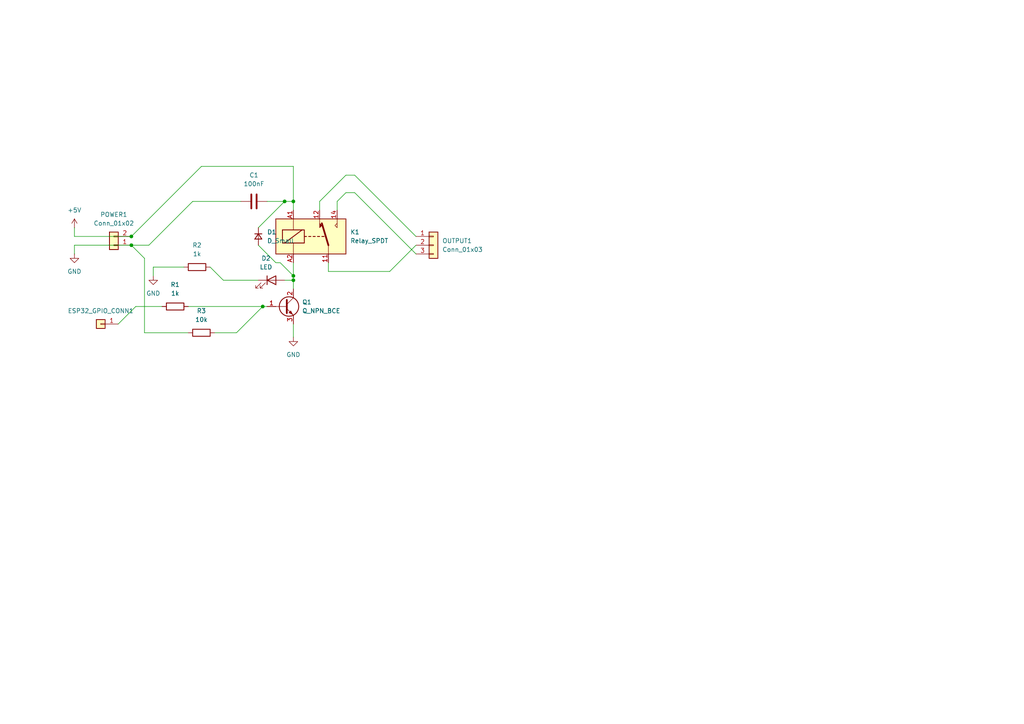
<source format=kicad_sch>
(kicad_sch
	(version 20250114)
	(generator "eeschema")
	(generator_version "9.0")
	(uuid "e516eb61-be21-45ec-8785-ca65623eb6b7")
	(paper "A4")
	(lib_symbols
		(symbol "Connector_Generic:Conn_01x01"
			(pin_names
				(offset 1.016)
				(hide yes)
			)
			(exclude_from_sim no)
			(in_bom yes)
			(on_board yes)
			(property "Reference" "J"
				(at 0 2.54 0)
				(effects
					(font
						(size 1.27 1.27)
					)
				)
			)
			(property "Value" "Conn_01x01"
				(at 0 -2.54 0)
				(effects
					(font
						(size 1.27 1.27)
					)
				)
			)
			(property "Footprint" ""
				(at 0 0 0)
				(effects
					(font
						(size 1.27 1.27)
					)
					(hide yes)
				)
			)
			(property "Datasheet" "~"
				(at 0 0 0)
				(effects
					(font
						(size 1.27 1.27)
					)
					(hide yes)
				)
			)
			(property "Description" "Generic connector, single row, 01x01, script generated (kicad-library-utils/schlib/autogen/connector/)"
				(at 0 0 0)
				(effects
					(font
						(size 1.27 1.27)
					)
					(hide yes)
				)
			)
			(property "ki_keywords" "connector"
				(at 0 0 0)
				(effects
					(font
						(size 1.27 1.27)
					)
					(hide yes)
				)
			)
			(property "ki_fp_filters" "Connector*:*_1x??_*"
				(at 0 0 0)
				(effects
					(font
						(size 1.27 1.27)
					)
					(hide yes)
				)
			)
			(symbol "Conn_01x01_1_1"
				(rectangle
					(start -1.27 1.27)
					(end 1.27 -1.27)
					(stroke
						(width 0.254)
						(type default)
					)
					(fill
						(type background)
					)
				)
				(rectangle
					(start -1.27 0.127)
					(end 0 -0.127)
					(stroke
						(width 0.1524)
						(type default)
					)
					(fill
						(type none)
					)
				)
				(pin passive line
					(at -5.08 0 0)
					(length 3.81)
					(name "Pin_1"
						(effects
							(font
								(size 1.27 1.27)
							)
						)
					)
					(number "1"
						(effects
							(font
								(size 1.27 1.27)
							)
						)
					)
				)
			)
			(embedded_fonts no)
		)
		(symbol "Connector_Generic:Conn_01x02"
			(pin_names
				(offset 1.016)
				(hide yes)
			)
			(exclude_from_sim no)
			(in_bom yes)
			(on_board yes)
			(property "Reference" "J"
				(at 0 2.54 0)
				(effects
					(font
						(size 1.27 1.27)
					)
				)
			)
			(property "Value" "Conn_01x02"
				(at 0 -5.08 0)
				(effects
					(font
						(size 1.27 1.27)
					)
				)
			)
			(property "Footprint" ""
				(at 0 0 0)
				(effects
					(font
						(size 1.27 1.27)
					)
					(hide yes)
				)
			)
			(property "Datasheet" "~"
				(at 0 0 0)
				(effects
					(font
						(size 1.27 1.27)
					)
					(hide yes)
				)
			)
			(property "Description" "Generic connector, single row, 01x02, script generated (kicad-library-utils/schlib/autogen/connector/)"
				(at 0 0 0)
				(effects
					(font
						(size 1.27 1.27)
					)
					(hide yes)
				)
			)
			(property "ki_keywords" "connector"
				(at 0 0 0)
				(effects
					(font
						(size 1.27 1.27)
					)
					(hide yes)
				)
			)
			(property "ki_fp_filters" "Connector*:*_1x??_*"
				(at 0 0 0)
				(effects
					(font
						(size 1.27 1.27)
					)
					(hide yes)
				)
			)
			(symbol "Conn_01x02_1_1"
				(rectangle
					(start -1.27 1.27)
					(end 1.27 -3.81)
					(stroke
						(width 0.254)
						(type default)
					)
					(fill
						(type background)
					)
				)
				(rectangle
					(start -1.27 0.127)
					(end 0 -0.127)
					(stroke
						(width 0.1524)
						(type default)
					)
					(fill
						(type none)
					)
				)
				(rectangle
					(start -1.27 -2.413)
					(end 0 -2.667)
					(stroke
						(width 0.1524)
						(type default)
					)
					(fill
						(type none)
					)
				)
				(pin passive line
					(at -5.08 0 0)
					(length 3.81)
					(name "Pin_1"
						(effects
							(font
								(size 1.27 1.27)
							)
						)
					)
					(number "1"
						(effects
							(font
								(size 1.27 1.27)
							)
						)
					)
				)
				(pin passive line
					(at -5.08 -2.54 0)
					(length 3.81)
					(name "Pin_2"
						(effects
							(font
								(size 1.27 1.27)
							)
						)
					)
					(number "2"
						(effects
							(font
								(size 1.27 1.27)
							)
						)
					)
				)
			)
			(embedded_fonts no)
		)
		(symbol "Connector_Generic:Conn_01x03"
			(pin_names
				(offset 1.016)
				(hide yes)
			)
			(exclude_from_sim no)
			(in_bom yes)
			(on_board yes)
			(property "Reference" "J"
				(at 0 5.08 0)
				(effects
					(font
						(size 1.27 1.27)
					)
				)
			)
			(property "Value" "Conn_01x03"
				(at 0 -5.08 0)
				(effects
					(font
						(size 1.27 1.27)
					)
				)
			)
			(property "Footprint" ""
				(at 0 0 0)
				(effects
					(font
						(size 1.27 1.27)
					)
					(hide yes)
				)
			)
			(property "Datasheet" "~"
				(at 0 0 0)
				(effects
					(font
						(size 1.27 1.27)
					)
					(hide yes)
				)
			)
			(property "Description" "Generic connector, single row, 01x03, script generated (kicad-library-utils/schlib/autogen/connector/)"
				(at 0 0 0)
				(effects
					(font
						(size 1.27 1.27)
					)
					(hide yes)
				)
			)
			(property "ki_keywords" "connector"
				(at 0 0 0)
				(effects
					(font
						(size 1.27 1.27)
					)
					(hide yes)
				)
			)
			(property "ki_fp_filters" "Connector*:*_1x??_*"
				(at 0 0 0)
				(effects
					(font
						(size 1.27 1.27)
					)
					(hide yes)
				)
			)
			(symbol "Conn_01x03_1_1"
				(rectangle
					(start -1.27 3.81)
					(end 1.27 -3.81)
					(stroke
						(width 0.254)
						(type default)
					)
					(fill
						(type background)
					)
				)
				(rectangle
					(start -1.27 2.667)
					(end 0 2.413)
					(stroke
						(width 0.1524)
						(type default)
					)
					(fill
						(type none)
					)
				)
				(rectangle
					(start -1.27 0.127)
					(end 0 -0.127)
					(stroke
						(width 0.1524)
						(type default)
					)
					(fill
						(type none)
					)
				)
				(rectangle
					(start -1.27 -2.413)
					(end 0 -2.667)
					(stroke
						(width 0.1524)
						(type default)
					)
					(fill
						(type none)
					)
				)
				(pin passive line
					(at -5.08 2.54 0)
					(length 3.81)
					(name "Pin_1"
						(effects
							(font
								(size 1.27 1.27)
							)
						)
					)
					(number "1"
						(effects
							(font
								(size 1.27 1.27)
							)
						)
					)
				)
				(pin passive line
					(at -5.08 0 0)
					(length 3.81)
					(name "Pin_2"
						(effects
							(font
								(size 1.27 1.27)
							)
						)
					)
					(number "2"
						(effects
							(font
								(size 1.27 1.27)
							)
						)
					)
				)
				(pin passive line
					(at -5.08 -2.54 0)
					(length 3.81)
					(name "Pin_3"
						(effects
							(font
								(size 1.27 1.27)
							)
						)
					)
					(number "3"
						(effects
							(font
								(size 1.27 1.27)
							)
						)
					)
				)
			)
			(embedded_fonts no)
		)
		(symbol "Device:C"
			(pin_numbers
				(hide yes)
			)
			(pin_names
				(offset 0.254)
			)
			(exclude_from_sim no)
			(in_bom yes)
			(on_board yes)
			(property "Reference" "C"
				(at 0.635 2.54 0)
				(effects
					(font
						(size 1.27 1.27)
					)
					(justify left)
				)
			)
			(property "Value" "C"
				(at 0.635 -2.54 0)
				(effects
					(font
						(size 1.27 1.27)
					)
					(justify left)
				)
			)
			(property "Footprint" ""
				(at 0.9652 -3.81 0)
				(effects
					(font
						(size 1.27 1.27)
					)
					(hide yes)
				)
			)
			(property "Datasheet" "~"
				(at 0 0 0)
				(effects
					(font
						(size 1.27 1.27)
					)
					(hide yes)
				)
			)
			(property "Description" "Unpolarized capacitor"
				(at 0 0 0)
				(effects
					(font
						(size 1.27 1.27)
					)
					(hide yes)
				)
			)
			(property "ki_keywords" "cap capacitor"
				(at 0 0 0)
				(effects
					(font
						(size 1.27 1.27)
					)
					(hide yes)
				)
			)
			(property "ki_fp_filters" "C_*"
				(at 0 0 0)
				(effects
					(font
						(size 1.27 1.27)
					)
					(hide yes)
				)
			)
			(symbol "C_0_1"
				(polyline
					(pts
						(xy -2.032 0.762) (xy 2.032 0.762)
					)
					(stroke
						(width 0.508)
						(type default)
					)
					(fill
						(type none)
					)
				)
				(polyline
					(pts
						(xy -2.032 -0.762) (xy 2.032 -0.762)
					)
					(stroke
						(width 0.508)
						(type default)
					)
					(fill
						(type none)
					)
				)
			)
			(symbol "C_1_1"
				(pin passive line
					(at 0 3.81 270)
					(length 2.794)
					(name "~"
						(effects
							(font
								(size 1.27 1.27)
							)
						)
					)
					(number "1"
						(effects
							(font
								(size 1.27 1.27)
							)
						)
					)
				)
				(pin passive line
					(at 0 -3.81 90)
					(length 2.794)
					(name "~"
						(effects
							(font
								(size 1.27 1.27)
							)
						)
					)
					(number "2"
						(effects
							(font
								(size 1.27 1.27)
							)
						)
					)
				)
			)
			(embedded_fonts no)
		)
		(symbol "Device:D_Small"
			(pin_numbers
				(hide yes)
			)
			(pin_names
				(offset 0.254)
				(hide yes)
			)
			(exclude_from_sim no)
			(in_bom yes)
			(on_board yes)
			(property "Reference" "D"
				(at -1.27 2.032 0)
				(effects
					(font
						(size 1.27 1.27)
					)
					(justify left)
				)
			)
			(property "Value" "D_Small"
				(at -3.81 -2.032 0)
				(effects
					(font
						(size 1.27 1.27)
					)
					(justify left)
				)
			)
			(property "Footprint" ""
				(at 0 0 90)
				(effects
					(font
						(size 1.27 1.27)
					)
					(hide yes)
				)
			)
			(property "Datasheet" "~"
				(at 0 0 90)
				(effects
					(font
						(size 1.27 1.27)
					)
					(hide yes)
				)
			)
			(property "Description" "Diode, small symbol"
				(at 0 0 0)
				(effects
					(font
						(size 1.27 1.27)
					)
					(hide yes)
				)
			)
			(property "Sim.Device" "D"
				(at 0 0 0)
				(effects
					(font
						(size 1.27 1.27)
					)
					(hide yes)
				)
			)
			(property "Sim.Pins" "1=K 2=A"
				(at 0 0 0)
				(effects
					(font
						(size 1.27 1.27)
					)
					(hide yes)
				)
			)
			(property "ki_keywords" "diode"
				(at 0 0 0)
				(effects
					(font
						(size 1.27 1.27)
					)
					(hide yes)
				)
			)
			(property "ki_fp_filters" "TO-???* *_Diode_* *SingleDiode* D_*"
				(at 0 0 0)
				(effects
					(font
						(size 1.27 1.27)
					)
					(hide yes)
				)
			)
			(symbol "D_Small_0_1"
				(polyline
					(pts
						(xy -0.762 0) (xy 0.762 0)
					)
					(stroke
						(width 0)
						(type default)
					)
					(fill
						(type none)
					)
				)
				(polyline
					(pts
						(xy -0.762 -1.016) (xy -0.762 1.016)
					)
					(stroke
						(width 0.254)
						(type default)
					)
					(fill
						(type none)
					)
				)
				(polyline
					(pts
						(xy 0.762 -1.016) (xy -0.762 0) (xy 0.762 1.016) (xy 0.762 -1.016)
					)
					(stroke
						(width 0.254)
						(type default)
					)
					(fill
						(type none)
					)
				)
			)
			(symbol "D_Small_1_1"
				(pin passive line
					(at -2.54 0 0)
					(length 1.778)
					(name "K"
						(effects
							(font
								(size 1.27 1.27)
							)
						)
					)
					(number "1"
						(effects
							(font
								(size 1.27 1.27)
							)
						)
					)
				)
				(pin passive line
					(at 2.54 0 180)
					(length 1.778)
					(name "A"
						(effects
							(font
								(size 1.27 1.27)
							)
						)
					)
					(number "2"
						(effects
							(font
								(size 1.27 1.27)
							)
						)
					)
				)
			)
			(embedded_fonts no)
		)
		(symbol "Device:LED"
			(pin_numbers
				(hide yes)
			)
			(pin_names
				(offset 1.016)
				(hide yes)
			)
			(exclude_from_sim no)
			(in_bom yes)
			(on_board yes)
			(property "Reference" "D"
				(at 0 2.54 0)
				(effects
					(font
						(size 1.27 1.27)
					)
				)
			)
			(property "Value" "LED"
				(at 0 -2.54 0)
				(effects
					(font
						(size 1.27 1.27)
					)
				)
			)
			(property "Footprint" ""
				(at 0 0 0)
				(effects
					(font
						(size 1.27 1.27)
					)
					(hide yes)
				)
			)
			(property "Datasheet" "~"
				(at 0 0 0)
				(effects
					(font
						(size 1.27 1.27)
					)
					(hide yes)
				)
			)
			(property "Description" "Light emitting diode"
				(at 0 0 0)
				(effects
					(font
						(size 1.27 1.27)
					)
					(hide yes)
				)
			)
			(property "Sim.Pins" "1=K 2=A"
				(at 0 0 0)
				(effects
					(font
						(size 1.27 1.27)
					)
					(hide yes)
				)
			)
			(property "ki_keywords" "LED diode"
				(at 0 0 0)
				(effects
					(font
						(size 1.27 1.27)
					)
					(hide yes)
				)
			)
			(property "ki_fp_filters" "LED* LED_SMD:* LED_THT:*"
				(at 0 0 0)
				(effects
					(font
						(size 1.27 1.27)
					)
					(hide yes)
				)
			)
			(symbol "LED_0_1"
				(polyline
					(pts
						(xy -3.048 -0.762) (xy -4.572 -2.286) (xy -3.81 -2.286) (xy -4.572 -2.286) (xy -4.572 -1.524)
					)
					(stroke
						(width 0)
						(type default)
					)
					(fill
						(type none)
					)
				)
				(polyline
					(pts
						(xy -1.778 -0.762) (xy -3.302 -2.286) (xy -2.54 -2.286) (xy -3.302 -2.286) (xy -3.302 -1.524)
					)
					(stroke
						(width 0)
						(type default)
					)
					(fill
						(type none)
					)
				)
				(polyline
					(pts
						(xy -1.27 0) (xy 1.27 0)
					)
					(stroke
						(width 0)
						(type default)
					)
					(fill
						(type none)
					)
				)
				(polyline
					(pts
						(xy -1.27 -1.27) (xy -1.27 1.27)
					)
					(stroke
						(width 0.254)
						(type default)
					)
					(fill
						(type none)
					)
				)
				(polyline
					(pts
						(xy 1.27 -1.27) (xy 1.27 1.27) (xy -1.27 0) (xy 1.27 -1.27)
					)
					(stroke
						(width 0.254)
						(type default)
					)
					(fill
						(type none)
					)
				)
			)
			(symbol "LED_1_1"
				(pin passive line
					(at -3.81 0 0)
					(length 2.54)
					(name "K"
						(effects
							(font
								(size 1.27 1.27)
							)
						)
					)
					(number "1"
						(effects
							(font
								(size 1.27 1.27)
							)
						)
					)
				)
				(pin passive line
					(at 3.81 0 180)
					(length 2.54)
					(name "A"
						(effects
							(font
								(size 1.27 1.27)
							)
						)
					)
					(number "2"
						(effects
							(font
								(size 1.27 1.27)
							)
						)
					)
				)
			)
			(embedded_fonts no)
		)
		(symbol "Device:R"
			(pin_numbers
				(hide yes)
			)
			(pin_names
				(offset 0)
			)
			(exclude_from_sim no)
			(in_bom yes)
			(on_board yes)
			(property "Reference" "R"
				(at 2.032 0 90)
				(effects
					(font
						(size 1.27 1.27)
					)
				)
			)
			(property "Value" "R"
				(at 0 0 90)
				(effects
					(font
						(size 1.27 1.27)
					)
				)
			)
			(property "Footprint" ""
				(at -1.778 0 90)
				(effects
					(font
						(size 1.27 1.27)
					)
					(hide yes)
				)
			)
			(property "Datasheet" "~"
				(at 0 0 0)
				(effects
					(font
						(size 1.27 1.27)
					)
					(hide yes)
				)
			)
			(property "Description" "Resistor"
				(at 0 0 0)
				(effects
					(font
						(size 1.27 1.27)
					)
					(hide yes)
				)
			)
			(property "ki_keywords" "R res resistor"
				(at 0 0 0)
				(effects
					(font
						(size 1.27 1.27)
					)
					(hide yes)
				)
			)
			(property "ki_fp_filters" "R_*"
				(at 0 0 0)
				(effects
					(font
						(size 1.27 1.27)
					)
					(hide yes)
				)
			)
			(symbol "R_0_1"
				(rectangle
					(start -1.016 -2.54)
					(end 1.016 2.54)
					(stroke
						(width 0.254)
						(type default)
					)
					(fill
						(type none)
					)
				)
			)
			(symbol "R_1_1"
				(pin passive line
					(at 0 3.81 270)
					(length 1.27)
					(name "~"
						(effects
							(font
								(size 1.27 1.27)
							)
						)
					)
					(number "1"
						(effects
							(font
								(size 1.27 1.27)
							)
						)
					)
				)
				(pin passive line
					(at 0 -3.81 90)
					(length 1.27)
					(name "~"
						(effects
							(font
								(size 1.27 1.27)
							)
						)
					)
					(number "2"
						(effects
							(font
								(size 1.27 1.27)
							)
						)
					)
				)
			)
			(embedded_fonts no)
		)
		(symbol "Relay:Relay_SPDT"
			(exclude_from_sim no)
			(in_bom yes)
			(on_board yes)
			(property "Reference" "K"
				(at 11.43 3.81 0)
				(effects
					(font
						(size 1.27 1.27)
					)
					(justify left)
				)
			)
			(property "Value" "Relay_SPDT"
				(at 11.43 1.27 0)
				(effects
					(font
						(size 1.27 1.27)
					)
					(justify left)
				)
			)
			(property "Footprint" ""
				(at 11.43 -1.27 0)
				(effects
					(font
						(size 1.27 1.27)
					)
					(justify left)
					(hide yes)
				)
			)
			(property "Datasheet" "~"
				(at 0 0 0)
				(effects
					(font
						(size 1.27 1.27)
					)
					(hide yes)
				)
			)
			(property "Description" "Relay SPDT, monostable, EN50005"
				(at 0 0 0)
				(effects
					(font
						(size 1.27 1.27)
					)
					(hide yes)
				)
			)
			(property "ki_keywords" "1P2T 1-Form-C single pole throw"
				(at 0 0 0)
				(effects
					(font
						(size 1.27 1.27)
					)
					(hide yes)
				)
			)
			(property "ki_fp_filters" "Relay?SPDT*"
				(at 0 0 0)
				(effects
					(font
						(size 1.27 1.27)
					)
					(hide yes)
				)
			)
			(symbol "Relay_SPDT_0_0"
				(polyline
					(pts
						(xy 7.62 5.08) (xy 7.62 2.54) (xy 6.985 3.175) (xy 7.62 3.81)
					)
					(stroke
						(width 0)
						(type default)
					)
					(fill
						(type none)
					)
				)
			)
			(symbol "Relay_SPDT_0_1"
				(rectangle
					(start -10.16 5.08)
					(end 10.16 -5.08)
					(stroke
						(width 0.254)
						(type default)
					)
					(fill
						(type background)
					)
				)
				(rectangle
					(start -8.255 1.905)
					(end -1.905 -1.905)
					(stroke
						(width 0.254)
						(type default)
					)
					(fill
						(type none)
					)
				)
				(polyline
					(pts
						(xy -7.62 -1.905) (xy -2.54 1.905)
					)
					(stroke
						(width 0.254)
						(type default)
					)
					(fill
						(type none)
					)
				)
				(polyline
					(pts
						(xy -5.08 5.08) (xy -5.08 1.905)
					)
					(stroke
						(width 0)
						(type default)
					)
					(fill
						(type none)
					)
				)
				(polyline
					(pts
						(xy -5.08 -5.08) (xy -5.08 -1.905)
					)
					(stroke
						(width 0)
						(type default)
					)
					(fill
						(type none)
					)
				)
				(polyline
					(pts
						(xy -1.905 0) (xy -1.27 0)
					)
					(stroke
						(width 0.254)
						(type default)
					)
					(fill
						(type none)
					)
				)
				(polyline
					(pts
						(xy -0.635 0) (xy 0 0)
					)
					(stroke
						(width 0.254)
						(type default)
					)
					(fill
						(type none)
					)
				)
				(polyline
					(pts
						(xy 0.635 0) (xy 1.27 0)
					)
					(stroke
						(width 0.254)
						(type default)
					)
					(fill
						(type none)
					)
				)
				(polyline
					(pts
						(xy 1.905 0) (xy 2.54 0)
					)
					(stroke
						(width 0.254)
						(type default)
					)
					(fill
						(type none)
					)
				)
				(polyline
					(pts
						(xy 2.54 5.08) (xy 2.54 2.54) (xy 3.175 3.175) (xy 2.54 3.81)
					)
					(stroke
						(width 0)
						(type default)
					)
					(fill
						(type outline)
					)
				)
				(polyline
					(pts
						(xy 3.175 0) (xy 3.81 0)
					)
					(stroke
						(width 0.254)
						(type default)
					)
					(fill
						(type none)
					)
				)
				(polyline
					(pts
						(xy 5.08 -2.54) (xy 3.175 3.81)
					)
					(stroke
						(width 0.508)
						(type default)
					)
					(fill
						(type none)
					)
				)
				(polyline
					(pts
						(xy 5.08 -2.54) (xy 5.08 -5.08)
					)
					(stroke
						(width 0)
						(type default)
					)
					(fill
						(type none)
					)
				)
			)
			(symbol "Relay_SPDT_1_1"
				(pin passive line
					(at -5.08 7.62 270)
					(length 2.54)
					(name "~"
						(effects
							(font
								(size 1.27 1.27)
							)
						)
					)
					(number "A1"
						(effects
							(font
								(size 1.27 1.27)
							)
						)
					)
				)
				(pin passive line
					(at -5.08 -7.62 90)
					(length 2.54)
					(name "~"
						(effects
							(font
								(size 1.27 1.27)
							)
						)
					)
					(number "A2"
						(effects
							(font
								(size 1.27 1.27)
							)
						)
					)
				)
				(pin passive line
					(at 2.54 7.62 270)
					(length 2.54)
					(name "~"
						(effects
							(font
								(size 1.27 1.27)
							)
						)
					)
					(number "12"
						(effects
							(font
								(size 1.27 1.27)
							)
						)
					)
				)
				(pin passive line
					(at 5.08 -7.62 90)
					(length 2.54)
					(name "~"
						(effects
							(font
								(size 1.27 1.27)
							)
						)
					)
					(number "11"
						(effects
							(font
								(size 1.27 1.27)
							)
						)
					)
				)
				(pin passive line
					(at 7.62 7.62 270)
					(length 2.54)
					(name "~"
						(effects
							(font
								(size 1.27 1.27)
							)
						)
					)
					(number "14"
						(effects
							(font
								(size 1.27 1.27)
							)
						)
					)
				)
			)
			(embedded_fonts no)
		)
		(symbol "Transistor_BJT:Q_NPN_BCE"
			(pin_names
				(offset 0)
				(hide yes)
			)
			(exclude_from_sim no)
			(in_bom yes)
			(on_board yes)
			(property "Reference" "Q"
				(at 5.08 1.27 0)
				(effects
					(font
						(size 1.27 1.27)
					)
					(justify left)
				)
			)
			(property "Value" "Q_NPN_BCE"
				(at 5.08 -1.27 0)
				(effects
					(font
						(size 1.27 1.27)
					)
					(justify left)
				)
			)
			(property "Footprint" ""
				(at 5.08 2.54 0)
				(effects
					(font
						(size 1.27 1.27)
					)
					(hide yes)
				)
			)
			(property "Datasheet" "~"
				(at 0 0 0)
				(effects
					(font
						(size 1.27 1.27)
					)
					(hide yes)
				)
			)
			(property "Description" "NPN transistor, base/collector/emitter"
				(at 0 0 0)
				(effects
					(font
						(size 1.27 1.27)
					)
					(hide yes)
				)
			)
			(property "ki_keywords" "BJT"
				(at 0 0 0)
				(effects
					(font
						(size 1.27 1.27)
					)
					(hide yes)
				)
			)
			(symbol "Q_NPN_BCE_0_1"
				(polyline
					(pts
						(xy -2.54 0) (xy 0.635 0)
					)
					(stroke
						(width 0)
						(type default)
					)
					(fill
						(type none)
					)
				)
				(polyline
					(pts
						(xy 0.635 1.905) (xy 0.635 -1.905)
					)
					(stroke
						(width 0.508)
						(type default)
					)
					(fill
						(type none)
					)
				)
				(circle
					(center 1.27 0)
					(radius 2.8194)
					(stroke
						(width 0.254)
						(type default)
					)
					(fill
						(type none)
					)
				)
			)
			(symbol "Q_NPN_BCE_1_1"
				(polyline
					(pts
						(xy 0.635 0.635) (xy 2.54 2.54)
					)
					(stroke
						(width 0)
						(type default)
					)
					(fill
						(type none)
					)
				)
				(polyline
					(pts
						(xy 0.635 -0.635) (xy 2.54 -2.54)
					)
					(stroke
						(width 0)
						(type default)
					)
					(fill
						(type none)
					)
				)
				(polyline
					(pts
						(xy 1.27 -1.778) (xy 1.778 -1.27) (xy 2.286 -2.286) (xy 1.27 -1.778)
					)
					(stroke
						(width 0)
						(type default)
					)
					(fill
						(type outline)
					)
				)
				(pin input line
					(at -5.08 0 0)
					(length 2.54)
					(name "B"
						(effects
							(font
								(size 1.27 1.27)
							)
						)
					)
					(number "1"
						(effects
							(font
								(size 1.27 1.27)
							)
						)
					)
				)
				(pin passive line
					(at 2.54 5.08 270)
					(length 2.54)
					(name "C"
						(effects
							(font
								(size 1.27 1.27)
							)
						)
					)
					(number "2"
						(effects
							(font
								(size 1.27 1.27)
							)
						)
					)
				)
				(pin passive line
					(at 2.54 -5.08 90)
					(length 2.54)
					(name "E"
						(effects
							(font
								(size 1.27 1.27)
							)
						)
					)
					(number "3"
						(effects
							(font
								(size 1.27 1.27)
							)
						)
					)
				)
			)
			(embedded_fonts no)
		)
		(symbol "power:+5V"
			(power)
			(pin_numbers
				(hide yes)
			)
			(pin_names
				(offset 0)
				(hide yes)
			)
			(exclude_from_sim no)
			(in_bom yes)
			(on_board yes)
			(property "Reference" "#PWR"
				(at 0 -3.81 0)
				(effects
					(font
						(size 1.27 1.27)
					)
					(hide yes)
				)
			)
			(property "Value" "+5V"
				(at 0 3.556 0)
				(effects
					(font
						(size 1.27 1.27)
					)
				)
			)
			(property "Footprint" ""
				(at 0 0 0)
				(effects
					(font
						(size 1.27 1.27)
					)
					(hide yes)
				)
			)
			(property "Datasheet" ""
				(at 0 0 0)
				(effects
					(font
						(size 1.27 1.27)
					)
					(hide yes)
				)
			)
			(property "Description" "Power symbol creates a global label with name \"+5V\""
				(at 0 0 0)
				(effects
					(font
						(size 1.27 1.27)
					)
					(hide yes)
				)
			)
			(property "ki_keywords" "global power"
				(at 0 0 0)
				(effects
					(font
						(size 1.27 1.27)
					)
					(hide yes)
				)
			)
			(symbol "+5V_0_1"
				(polyline
					(pts
						(xy -0.762 1.27) (xy 0 2.54)
					)
					(stroke
						(width 0)
						(type default)
					)
					(fill
						(type none)
					)
				)
				(polyline
					(pts
						(xy 0 2.54) (xy 0.762 1.27)
					)
					(stroke
						(width 0)
						(type default)
					)
					(fill
						(type none)
					)
				)
				(polyline
					(pts
						(xy 0 0) (xy 0 2.54)
					)
					(stroke
						(width 0)
						(type default)
					)
					(fill
						(type none)
					)
				)
			)
			(symbol "+5V_1_1"
				(pin power_in line
					(at 0 0 90)
					(length 0)
					(name "~"
						(effects
							(font
								(size 1.27 1.27)
							)
						)
					)
					(number "1"
						(effects
							(font
								(size 1.27 1.27)
							)
						)
					)
				)
			)
			(embedded_fonts no)
		)
		(symbol "power:GND"
			(power)
			(pin_numbers
				(hide yes)
			)
			(pin_names
				(offset 0)
				(hide yes)
			)
			(exclude_from_sim no)
			(in_bom yes)
			(on_board yes)
			(property "Reference" "#PWR"
				(at 0 -6.35 0)
				(effects
					(font
						(size 1.27 1.27)
					)
					(hide yes)
				)
			)
			(property "Value" "GND"
				(at 0 -3.81 0)
				(effects
					(font
						(size 1.27 1.27)
					)
				)
			)
			(property "Footprint" ""
				(at 0 0 0)
				(effects
					(font
						(size 1.27 1.27)
					)
					(hide yes)
				)
			)
			(property "Datasheet" ""
				(at 0 0 0)
				(effects
					(font
						(size 1.27 1.27)
					)
					(hide yes)
				)
			)
			(property "Description" "Power symbol creates a global label with name \"GND\" , ground"
				(at 0 0 0)
				(effects
					(font
						(size 1.27 1.27)
					)
					(hide yes)
				)
			)
			(property "ki_keywords" "global power"
				(at 0 0 0)
				(effects
					(font
						(size 1.27 1.27)
					)
					(hide yes)
				)
			)
			(symbol "GND_0_1"
				(polyline
					(pts
						(xy 0 0) (xy 0 -1.27) (xy 1.27 -1.27) (xy 0 -2.54) (xy -1.27 -1.27) (xy 0 -1.27)
					)
					(stroke
						(width 0)
						(type default)
					)
					(fill
						(type none)
					)
				)
			)
			(symbol "GND_1_1"
				(pin power_in line
					(at 0 0 270)
					(length 0)
					(name "~"
						(effects
							(font
								(size 1.27 1.27)
							)
						)
					)
					(number "1"
						(effects
							(font
								(size 1.27 1.27)
							)
						)
					)
				)
			)
			(embedded_fonts no)
		)
	)
	(junction
		(at 85.09 81.28)
		(diameter 0)
		(color 0 0 0 0)
		(uuid "10a45adb-b472-43e4-87ad-7e50cb064632")
	)
	(junction
		(at 85.09 80.01)
		(diameter 0)
		(color 0 0 0 0)
		(uuid "1d31d52a-2b49-432a-930d-0532bd2dd8f9")
	)
	(junction
		(at 38.1 68.58)
		(diameter 0)
		(color 0 0 0 0)
		(uuid "1eb47d94-f94c-418c-bf10-0512d0c83ced")
	)
	(junction
		(at 82.55 58.42)
		(diameter 0)
		(color 0 0 0 0)
		(uuid "218c0c4c-fba0-40b4-b026-684841764bcc")
	)
	(junction
		(at 76.2 88.9)
		(diameter 0)
		(color 0 0 0 0)
		(uuid "7ec71ec6-05ea-4d26-b211-48422a3d6a0e")
	)
	(junction
		(at 85.09 58.42)
		(diameter 0)
		(color 0 0 0 0)
		(uuid "ac2bc202-3b85-4d0c-96e2-0cb7425e2b2b")
	)
	(junction
		(at 38.1 71.12)
		(diameter 0)
		(color 0 0 0 0)
		(uuid "d5226e52-c54f-4a02-8e5e-1a077e4b64dd")
	)
	(wire
		(pts
			(xy 41.91 74.93) (xy 41.91 96.52)
		)
		(stroke
			(width 0)
			(type default)
		)
		(uuid "043a04ba-3be8-47b6-8c6b-f74657e2be8e")
	)
	(wire
		(pts
			(xy 74.93 81.28) (xy 64.77 81.28)
		)
		(stroke
			(width 0)
			(type default)
		)
		(uuid "0626614f-f32b-47dd-b9df-1ad32d9ba358")
	)
	(wire
		(pts
			(xy 62.23 96.52) (xy 68.58 96.52)
		)
		(stroke
			(width 0)
			(type default)
		)
		(uuid "0a0419b7-b55a-4542-b868-4820189bdf97")
	)
	(wire
		(pts
			(xy 95.25 78.74) (xy 113.03 78.74)
		)
		(stroke
			(width 0)
			(type default)
		)
		(uuid "0dcf7d4d-ed68-479a-b85b-41ffc0dbe14f")
	)
	(wire
		(pts
			(xy 77.47 58.42) (xy 82.55 58.42)
		)
		(stroke
			(width 0)
			(type default)
		)
		(uuid "11587436-ae75-499b-a410-3c4f7a869f3c")
	)
	(wire
		(pts
			(xy 21.59 71.12) (xy 21.59 73.66)
		)
		(stroke
			(width 0)
			(type default)
		)
		(uuid "12653602-73c0-43a3-a2e6-fc0a064131fc")
	)
	(wire
		(pts
			(xy 55.88 58.42) (xy 43.18 71.12)
		)
		(stroke
			(width 0)
			(type default)
		)
		(uuid "13482c76-aa68-48a0-8611-d21bdd0858d0")
	)
	(wire
		(pts
			(xy 85.09 81.28) (xy 85.09 83.82)
		)
		(stroke
			(width 0)
			(type default)
		)
		(uuid "1ae6f18a-4826-4f95-a1b7-9c79cb9fd57e")
	)
	(wire
		(pts
			(xy 100.33 55.88) (xy 102.87 55.88)
		)
		(stroke
			(width 0)
			(type default)
		)
		(uuid "28e4e999-66c7-4d43-a853-1b7d4e911a75")
	)
	(wire
		(pts
			(xy 80.01 76.2) (xy 74.93 71.12)
		)
		(stroke
			(width 0)
			(type default)
		)
		(uuid "290131d0-7488-41f3-b31b-d4cabef88be9")
	)
	(wire
		(pts
			(xy 85.09 58.42) (xy 85.09 60.96)
		)
		(stroke
			(width 0)
			(type default)
		)
		(uuid "2a388bd7-9174-45d5-bc6e-fbeb57cddeb9")
	)
	(wire
		(pts
			(xy 54.61 88.9) (xy 76.2 88.9)
		)
		(stroke
			(width 0)
			(type default)
		)
		(uuid "2ae17459-23a1-4280-bb21-51c671721c89")
	)
	(wire
		(pts
			(xy 81.28 76.2) (xy 85.09 80.01)
		)
		(stroke
			(width 0)
			(type default)
		)
		(uuid "2bb423ca-6a30-472c-aa5f-1dbccdea38f0")
	)
	(wire
		(pts
			(xy 21.59 66.04) (xy 21.59 68.58)
		)
		(stroke
			(width 0)
			(type default)
		)
		(uuid "3347cf68-b0a9-4176-bc46-d0ecc44cb050")
	)
	(wire
		(pts
			(xy 41.91 96.52) (xy 54.61 96.52)
		)
		(stroke
			(width 0)
			(type default)
		)
		(uuid "36e9dfdc-efb7-4997-8456-95b0a54f43c4")
	)
	(wire
		(pts
			(xy 85.09 48.26) (xy 85.09 58.42)
		)
		(stroke
			(width 0)
			(type default)
		)
		(uuid "37bc8cd5-f9a6-412a-91d8-dd06aa8716c3")
	)
	(wire
		(pts
			(xy 95.25 76.2) (xy 95.25 78.74)
		)
		(stroke
			(width 0)
			(type default)
		)
		(uuid "42d535c0-84f5-457b-85bc-6086aa6d24fe")
	)
	(wire
		(pts
			(xy 38.1 71.12) (xy 43.18 71.12)
		)
		(stroke
			(width 0)
			(type default)
		)
		(uuid "43092223-7d52-442d-9b3b-2f4c4d1ba70d")
	)
	(wire
		(pts
			(xy 64.77 81.28) (xy 60.96 77.47)
		)
		(stroke
			(width 0)
			(type default)
		)
		(uuid "53d9f22f-bbb3-48b6-8c2d-cbb889586356")
	)
	(wire
		(pts
			(xy 44.45 77.47) (xy 53.34 77.47)
		)
		(stroke
			(width 0)
			(type default)
		)
		(uuid "6c9a76d0-36e8-46b3-8e52-3e76ed0ddbc9")
	)
	(wire
		(pts
			(xy 41.91 74.93) (xy 38.1 71.12)
		)
		(stroke
			(width 0)
			(type default)
		)
		(uuid "75f960d9-e387-4b2b-b2c4-9dcf8365aba9")
	)
	(wire
		(pts
			(xy 74.93 66.04) (xy 82.55 58.42)
		)
		(stroke
			(width 0)
			(type default)
		)
		(uuid "78405cba-18b0-43bc-bcc4-0772c4d116f8")
	)
	(wire
		(pts
			(xy 21.59 71.12) (xy 38.1 71.12)
		)
		(stroke
			(width 0)
			(type default)
		)
		(uuid "7a7ee8cb-6b86-4cf6-861c-a1d963e86946")
	)
	(wire
		(pts
			(xy 21.59 68.58) (xy 38.1 68.58)
		)
		(stroke
			(width 0)
			(type default)
		)
		(uuid "8079fce4-fcb8-4d14-9be9-e1b886fa5f0d")
	)
	(wire
		(pts
			(xy 58.42 48.26) (xy 85.09 48.26)
		)
		(stroke
			(width 0)
			(type default)
		)
		(uuid "807eeeee-5b97-4e98-bf5b-68e9a6896cd7")
	)
	(wire
		(pts
			(xy 85.09 80.01) (xy 85.09 81.28)
		)
		(stroke
			(width 0)
			(type default)
		)
		(uuid "84fd9233-5787-473b-bd8a-11502020a3b5")
	)
	(wire
		(pts
			(xy 68.58 96.52) (xy 76.2 88.9)
		)
		(stroke
			(width 0)
			(type default)
		)
		(uuid "876a5c66-1958-4685-8f4c-373538e99e40")
	)
	(wire
		(pts
			(xy 46.99 88.9) (xy 39.37 88.9)
		)
		(stroke
			(width 0)
			(type default)
		)
		(uuid "93b6db8e-aa81-4330-9fc8-789201757b34")
	)
	(wire
		(pts
			(xy 85.09 93.98) (xy 85.09 97.79)
		)
		(stroke
			(width 0)
			(type default)
		)
		(uuid "a14793c3-437c-4dd0-bbf6-b3c500bc304d")
	)
	(wire
		(pts
			(xy 102.87 50.8) (xy 120.65 68.58)
		)
		(stroke
			(width 0)
			(type default)
		)
		(uuid "a7902702-f5e4-437f-be0f-8070ac17c8e2")
	)
	(wire
		(pts
			(xy 39.37 88.9) (xy 34.29 93.98)
		)
		(stroke
			(width 0)
			(type default)
		)
		(uuid "abe05471-4a75-4652-a615-bb93dfda1a41")
	)
	(wire
		(pts
			(xy 92.71 60.96) (xy 92.71 58.42)
		)
		(stroke
			(width 0)
			(type default)
		)
		(uuid "b3bba411-2150-447b-ae16-c19e25262683")
	)
	(wire
		(pts
			(xy 76.2 88.9) (xy 77.47 88.9)
		)
		(stroke
			(width 0)
			(type default)
		)
		(uuid "b7b0f1bc-8c5d-442a-aa50-7cf8ea34088e")
	)
	(wire
		(pts
			(xy 100.33 50.8) (xy 102.87 50.8)
		)
		(stroke
			(width 0)
			(type default)
		)
		(uuid "c37b4844-9087-4c99-967a-b11ac62874cd")
	)
	(wire
		(pts
			(xy 81.28 76.2) (xy 80.01 76.2)
		)
		(stroke
			(width 0)
			(type default)
		)
		(uuid "ce6b4ea5-f3c6-4d3f-a0b6-33c48446124d")
	)
	(wire
		(pts
			(xy 97.79 60.96) (xy 97.79 58.42)
		)
		(stroke
			(width 0)
			(type default)
		)
		(uuid "dd9c7699-aa1d-422c-956b-f32a53a53fac")
	)
	(wire
		(pts
			(xy 82.55 81.28) (xy 85.09 81.28)
		)
		(stroke
			(width 0)
			(type default)
		)
		(uuid "e02b7643-fb90-4564-8e36-179d0d70f371")
	)
	(wire
		(pts
			(xy 82.55 58.42) (xy 85.09 58.42)
		)
		(stroke
			(width 0)
			(type default)
		)
		(uuid "e5e30f5b-9d76-40ae-b626-bbb8578f7405")
	)
	(wire
		(pts
			(xy 38.1 68.58) (xy 58.42 48.26)
		)
		(stroke
			(width 0)
			(type default)
		)
		(uuid "e920fa7b-bb46-442d-b655-d450f29e9111")
	)
	(wire
		(pts
			(xy 44.45 77.47) (xy 44.45 80.01)
		)
		(stroke
			(width 0)
			(type default)
		)
		(uuid "ef4ce960-833e-4e99-8753-bd1bf8ce2f2a")
	)
	(wire
		(pts
			(xy 69.85 58.42) (xy 55.88 58.42)
		)
		(stroke
			(width 0)
			(type default)
		)
		(uuid "f2d3a54c-c906-4161-82ad-b8b24ee65935")
	)
	(wire
		(pts
			(xy 97.79 58.42) (xy 100.33 55.88)
		)
		(stroke
			(width 0)
			(type default)
		)
		(uuid "f386e5b5-0e79-4390-b200-f444dafa4dba")
	)
	(wire
		(pts
			(xy 102.87 55.88) (xy 120.65 73.66)
		)
		(stroke
			(width 0)
			(type default)
		)
		(uuid "f40ed250-89b7-4e4b-8f37-75f3bc5ac451")
	)
	(wire
		(pts
			(xy 85.09 76.2) (xy 85.09 80.01)
		)
		(stroke
			(width 0)
			(type default)
		)
		(uuid "f80f101a-31c4-4c53-82ec-5af0b22a7481")
	)
	(wire
		(pts
			(xy 113.03 78.74) (xy 120.65 71.12)
		)
		(stroke
			(width 0)
			(type default)
		)
		(uuid "fee1c3d3-98b3-4f37-8d5b-2d3c917c195c")
	)
	(wire
		(pts
			(xy 92.71 58.42) (xy 100.33 50.8)
		)
		(stroke
			(width 0)
			(type default)
		)
		(uuid "ff68f80a-b462-417a-a08f-b8c3840901e0")
	)
	(symbol
		(lib_id "Transistor_BJT:Q_NPN_BCE")
		(at 82.55 88.9 0)
		(unit 1)
		(exclude_from_sim no)
		(in_bom yes)
		(on_board yes)
		(dnp no)
		(fields_autoplaced yes)
		(uuid "13f51bd0-5d05-4656-a5ee-a0b366fc6cb1")
		(property "Reference" "Q1"
			(at 87.63 87.6299 0)
			(effects
				(font
					(size 1.27 1.27)
				)
				(justify left)
			)
		)
		(property "Value" "Q_NPN_BCE"
			(at 87.63 90.1699 0)
			(effects
				(font
					(size 1.27 1.27)
				)
				(justify left)
			)
		)
		(property "Footprint" "Package_TO_SOT_THT:TO-92_Inline"
			(at 87.63 86.36 0)
			(effects
				(font
					(size 1.27 1.27)
				)
				(hide yes)
			)
		)
		(property "Datasheet" "~"
			(at 82.55 88.9 0)
			(effects
				(font
					(size 1.27 1.27)
				)
				(hide yes)
			)
		)
		(property "Description" "NPN transistor, base/collector/emitter"
			(at 82.55 88.9 0)
			(effects
				(font
					(size 1.27 1.27)
				)
				(hide yes)
			)
		)
		(pin "1"
			(uuid "3362e585-73f0-49af-824a-f94ec9ea2b77")
		)
		(pin "2"
			(uuid "cb51cb4f-3065-4671-b934-56b3f4061ee3")
		)
		(pin "3"
			(uuid "6f854a91-4c80-4a7c-9160-2c38d553aeee")
		)
		(instances
			(project ""
				(path "/e516eb61-be21-45ec-8785-ca65623eb6b7"
					(reference "Q1")
					(unit 1)
				)
			)
		)
	)
	(symbol
		(lib_id "Relay:Relay_SPDT")
		(at 90.17 68.58 0)
		(unit 1)
		(exclude_from_sim no)
		(in_bom yes)
		(on_board yes)
		(dnp no)
		(fields_autoplaced yes)
		(uuid "1a82fdce-3dc9-41a8-98eb-81caf95a3ab3")
		(property "Reference" "K1"
			(at 101.6 67.3099 0)
			(effects
				(font
					(size 1.27 1.27)
				)
				(justify left)
			)
		)
		(property "Value" "Relay_SPDT"
			(at 101.6 69.8499 0)
			(effects
				(font
					(size 1.27 1.27)
				)
				(justify left)
			)
		)
		(property "Footprint" "Arduino.ESP32 Components:HK4100F-5V"
			(at 101.6 69.85 0)
			(effects
				(font
					(size 1.27 1.27)
				)
				(justify left)
				(hide yes)
			)
		)
		(property "Datasheet" "~"
			(at 90.17 68.58 0)
			(effects
				(font
					(size 1.27 1.27)
				)
				(hide yes)
			)
		)
		(property "Description" "Relay SPDT, monostable, EN50005"
			(at 90.17 68.58 0)
			(effects
				(font
					(size 1.27 1.27)
				)
				(hide yes)
			)
		)
		(pin "12"
			(uuid "5fc1fefb-555e-4412-b0a8-f7761969a6ed")
		)
		(pin "11"
			(uuid "662a6ec6-3520-4b30-ace6-f5f6deb63d30")
		)
		(pin "A2"
			(uuid "2ab99e92-08d4-43a7-8feb-a86bea7b20da")
		)
		(pin "14"
			(uuid "cc7010e3-b793-4172-8243-ee5141f386a9")
		)
		(pin "A1"
			(uuid "f731bde9-6142-4b11-bc19-d7ad7dea0107")
		)
		(instances
			(project ""
				(path "/e516eb61-be21-45ec-8785-ca65623eb6b7"
					(reference "K1")
					(unit 1)
				)
			)
		)
	)
	(symbol
		(lib_id "power:+5V")
		(at 21.59 66.04 0)
		(unit 1)
		(exclude_from_sim no)
		(in_bom yes)
		(on_board yes)
		(dnp no)
		(fields_autoplaced yes)
		(uuid "2367fb70-958a-46fc-8859-ed18fe49955a")
		(property "Reference" "#PWR05"
			(at 21.59 69.85 0)
			(effects
				(font
					(size 1.27 1.27)
				)
				(hide yes)
			)
		)
		(property "Value" "+5V"
			(at 21.59 60.96 0)
			(effects
				(font
					(size 1.27 1.27)
				)
			)
		)
		(property "Footprint" ""
			(at 21.59 66.04 0)
			(effects
				(font
					(size 1.27 1.27)
				)
				(hide yes)
			)
		)
		(property "Datasheet" ""
			(at 21.59 66.04 0)
			(effects
				(font
					(size 1.27 1.27)
				)
				(hide yes)
			)
		)
		(property "Description" "Power symbol creates a global label with name \"+5V\""
			(at 21.59 66.04 0)
			(effects
				(font
					(size 1.27 1.27)
				)
				(hide yes)
			)
		)
		(pin "1"
			(uuid "dc5d9058-2669-4641-8a40-a0c5c6d750ac")
		)
		(instances
			(project "Relay Board"
				(path "/e516eb61-be21-45ec-8785-ca65623eb6b7"
					(reference "#PWR05")
					(unit 1)
				)
			)
		)
	)
	(symbol
		(lib_id "Connector_Generic:Conn_01x02")
		(at 33.02 71.12 180)
		(unit 1)
		(exclude_from_sim no)
		(in_bom yes)
		(on_board yes)
		(dnp no)
		(fields_autoplaced yes)
		(uuid "3432bdf2-432e-4657-9a1b-048a5e6856c0")
		(property "Reference" "POWER1"
			(at 33.02 62.23 0)
			(effects
				(font
					(size 1.27 1.27)
				)
			)
		)
		(property "Value" "Conn_01x02"
			(at 33.02 64.77 0)
			(effects
				(font
					(size 1.27 1.27)
				)
			)
		)
		(property "Footprint" "Connector_PinHeader_2.54mm:PinHeader_1x02_P2.54mm_Horizontal"
			(at 33.02 71.12 0)
			(effects
				(font
					(size 1.27 1.27)
				)
				(hide yes)
			)
		)
		(property "Datasheet" "~"
			(at 33.02 71.12 0)
			(effects
				(font
					(size 1.27 1.27)
				)
				(hide yes)
			)
		)
		(property "Description" "Generic connector, single row, 01x02, script generated (kicad-library-utils/schlib/autogen/connector/)"
			(at 33.02 71.12 0)
			(effects
				(font
					(size 1.27 1.27)
				)
				(hide yes)
			)
		)
		(pin "1"
			(uuid "868b1f26-e512-4d88-8ccc-8fb55c17685d")
		)
		(pin "2"
			(uuid "00a8c3ad-1d69-478b-a1ce-565302920727")
		)
		(instances
			(project ""
				(path "/e516eb61-be21-45ec-8785-ca65623eb6b7"
					(reference "POWER1")
					(unit 1)
				)
			)
		)
	)
	(symbol
		(lib_id "Device:LED")
		(at 78.74 81.28 0)
		(unit 1)
		(exclude_from_sim no)
		(in_bom yes)
		(on_board yes)
		(dnp no)
		(fields_autoplaced yes)
		(uuid "354597b5-ac1a-4a26-9fc0-a066c08a721a")
		(property "Reference" "D2"
			(at 77.1525 74.93 0)
			(effects
				(font
					(size 1.27 1.27)
				)
			)
		)
		(property "Value" "LED"
			(at 77.1525 77.47 0)
			(effects
				(font
					(size 1.27 1.27)
				)
			)
		)
		(property "Footprint" "LED_THT:LED_D5.0mm"
			(at 78.74 81.28 0)
			(effects
				(font
					(size 1.27 1.27)
				)
				(hide yes)
			)
		)
		(property "Datasheet" "~"
			(at 78.74 81.28 0)
			(effects
				(font
					(size 1.27 1.27)
				)
				(hide yes)
			)
		)
		(property "Description" "Light emitting diode"
			(at 78.74 81.28 0)
			(effects
				(font
					(size 1.27 1.27)
				)
				(hide yes)
			)
		)
		(property "Sim.Pins" "1=K 2=A"
			(at 78.74 81.28 0)
			(effects
				(font
					(size 1.27 1.27)
				)
				(hide yes)
			)
		)
		(pin "1"
			(uuid "f6bc8b50-a753-4162-8d91-141f837a3b02")
		)
		(pin "2"
			(uuid "364ce8c6-cdff-4c5c-9c6a-b22508bbeab0")
		)
		(instances
			(project ""
				(path "/e516eb61-be21-45ec-8785-ca65623eb6b7"
					(reference "D2")
					(unit 1)
				)
			)
		)
	)
	(symbol
		(lib_id "power:GND")
		(at 44.45 80.01 0)
		(unit 1)
		(exclude_from_sim no)
		(in_bom yes)
		(on_board yes)
		(dnp no)
		(fields_autoplaced yes)
		(uuid "486905da-f923-46f3-9d2a-d9a6601bab63")
		(property "Reference" "#PWR04"
			(at 44.45 86.36 0)
			(effects
				(font
					(size 1.27 1.27)
				)
				(hide yes)
			)
		)
		(property "Value" "GND"
			(at 44.45 85.09 0)
			(effects
				(font
					(size 1.27 1.27)
				)
			)
		)
		(property "Footprint" ""
			(at 44.45 80.01 0)
			(effects
				(font
					(size 1.27 1.27)
				)
				(hide yes)
			)
		)
		(property "Datasheet" ""
			(at 44.45 80.01 0)
			(effects
				(font
					(size 1.27 1.27)
				)
				(hide yes)
			)
		)
		(property "Description" "Power symbol creates a global label with name \"GND\" , ground"
			(at 44.45 80.01 0)
			(effects
				(font
					(size 1.27 1.27)
				)
				(hide yes)
			)
		)
		(pin "1"
			(uuid "7d1c0fca-e5af-47e0-8738-83c95659fbcc")
		)
		(instances
			(project ""
				(path "/e516eb61-be21-45ec-8785-ca65623eb6b7"
					(reference "#PWR04")
					(unit 1)
				)
			)
		)
	)
	(symbol
		(lib_id "power:GND")
		(at 85.09 97.79 0)
		(unit 1)
		(exclude_from_sim no)
		(in_bom yes)
		(on_board yes)
		(dnp no)
		(fields_autoplaced yes)
		(uuid "48998d61-1d6b-4a7e-8477-736e5b6d16b1")
		(property "Reference" "#PWR02"
			(at 85.09 104.14 0)
			(effects
				(font
					(size 1.27 1.27)
				)
				(hide yes)
			)
		)
		(property "Value" "GND"
			(at 85.09 102.87 0)
			(effects
				(font
					(size 1.27 1.27)
				)
			)
		)
		(property "Footprint" ""
			(at 85.09 97.79 0)
			(effects
				(font
					(size 1.27 1.27)
				)
				(hide yes)
			)
		)
		(property "Datasheet" ""
			(at 85.09 97.79 0)
			(effects
				(font
					(size 1.27 1.27)
				)
				(hide yes)
			)
		)
		(property "Description" "Power symbol creates a global label with name \"GND\" , ground"
			(at 85.09 97.79 0)
			(effects
				(font
					(size 1.27 1.27)
				)
				(hide yes)
			)
		)
		(pin "1"
			(uuid "c84e76b9-f472-47a5-ac0f-dcd31c0e744e")
		)
		(instances
			(project ""
				(path "/e516eb61-be21-45ec-8785-ca65623eb6b7"
					(reference "#PWR02")
					(unit 1)
				)
			)
		)
	)
	(symbol
		(lib_id "Device:R")
		(at 58.42 96.52 90)
		(unit 1)
		(exclude_from_sim no)
		(in_bom yes)
		(on_board yes)
		(dnp no)
		(fields_autoplaced yes)
		(uuid "578eaab6-f5a9-4f63-aacd-292c217cc285")
		(property "Reference" "R3"
			(at 58.42 90.17 90)
			(effects
				(font
					(size 1.27 1.27)
				)
			)
		)
		(property "Value" "10k"
			(at 58.42 92.71 90)
			(effects
				(font
					(size 1.27 1.27)
				)
			)
		)
		(property "Footprint" "Resistor_THT:R_Axial_DIN0207_L6.3mm_D2.5mm_P7.62mm_Horizontal"
			(at 58.42 98.298 90)
			(effects
				(font
					(size 1.27 1.27)
				)
				(hide yes)
			)
		)
		(property "Datasheet" "~"
			(at 58.42 96.52 0)
			(effects
				(font
					(size 1.27 1.27)
				)
				(hide yes)
			)
		)
		(property "Description" "Resistor"
			(at 58.42 96.52 0)
			(effects
				(font
					(size 1.27 1.27)
				)
				(hide yes)
			)
		)
		(pin "1"
			(uuid "680917cd-14f4-4a63-91d0-011e6c97f506")
		)
		(pin "2"
			(uuid "fa461307-ada6-44c6-a1de-e1d742357930")
		)
		(instances
			(project ""
				(path "/e516eb61-be21-45ec-8785-ca65623eb6b7"
					(reference "R3")
					(unit 1)
				)
			)
		)
	)
	(symbol
		(lib_id "power:GND")
		(at 21.59 73.66 0)
		(unit 1)
		(exclude_from_sim no)
		(in_bom yes)
		(on_board yes)
		(dnp no)
		(fields_autoplaced yes)
		(uuid "80a31c8b-a6f8-4f77-8974-f17d0bd656ac")
		(property "Reference" "#PWR06"
			(at 21.59 80.01 0)
			(effects
				(font
					(size 1.27 1.27)
				)
				(hide yes)
			)
		)
		(property "Value" "GND"
			(at 21.59 78.74 0)
			(effects
				(font
					(size 1.27 1.27)
				)
			)
		)
		(property "Footprint" ""
			(at 21.59 73.66 0)
			(effects
				(font
					(size 1.27 1.27)
				)
				(hide yes)
			)
		)
		(property "Datasheet" ""
			(at 21.59 73.66 0)
			(effects
				(font
					(size 1.27 1.27)
				)
				(hide yes)
			)
		)
		(property "Description" "Power symbol creates a global label with name \"GND\" , ground"
			(at 21.59 73.66 0)
			(effects
				(font
					(size 1.27 1.27)
				)
				(hide yes)
			)
		)
		(pin "1"
			(uuid "149a6a59-f13e-420d-984c-ffb8201e81bb")
		)
		(instances
			(project "Relay Board"
				(path "/e516eb61-be21-45ec-8785-ca65623eb6b7"
					(reference "#PWR06")
					(unit 1)
				)
			)
		)
	)
	(symbol
		(lib_id "Device:R")
		(at 50.8 88.9 90)
		(unit 1)
		(exclude_from_sim no)
		(in_bom yes)
		(on_board yes)
		(dnp no)
		(fields_autoplaced yes)
		(uuid "8c9d8afe-fefb-4174-a8df-7cb1e5a4efeb")
		(property "Reference" "R1"
			(at 50.8 82.55 90)
			(effects
				(font
					(size 1.27 1.27)
				)
			)
		)
		(property "Value" "1k"
			(at 50.8 85.09 90)
			(effects
				(font
					(size 1.27 1.27)
				)
			)
		)
		(property "Footprint" "Resistor_THT:R_Axial_DIN0207_L6.3mm_D2.5mm_P7.62mm_Horizontal"
			(at 50.8 90.678 90)
			(effects
				(font
					(size 1.27 1.27)
				)
				(hide yes)
			)
		)
		(property "Datasheet" "~"
			(at 50.8 88.9 0)
			(effects
				(font
					(size 1.27 1.27)
				)
				(hide yes)
			)
		)
		(property "Description" "Resistor"
			(at 50.8 88.9 0)
			(effects
				(font
					(size 1.27 1.27)
				)
				(hide yes)
			)
		)
		(pin "1"
			(uuid "644a9a10-661e-4a67-a514-0b0d7346d3c2")
		)
		(pin "2"
			(uuid "aa06e1d9-22e3-446f-ad91-0a4603643ac5")
		)
		(instances
			(project ""
				(path "/e516eb61-be21-45ec-8785-ca65623eb6b7"
					(reference "R1")
					(unit 1)
				)
			)
		)
	)
	(symbol
		(lib_id "Device:R")
		(at 57.15 77.47 270)
		(unit 1)
		(exclude_from_sim no)
		(in_bom yes)
		(on_board yes)
		(dnp no)
		(fields_autoplaced yes)
		(uuid "98b7239b-1421-40e0-ab4f-675b3259d63e")
		(property "Reference" "R2"
			(at 57.15 71.12 90)
			(effects
				(font
					(size 1.27 1.27)
				)
			)
		)
		(property "Value" "1k"
			(at 57.15 73.66 90)
			(effects
				(font
					(size 1.27 1.27)
				)
			)
		)
		(property "Footprint" "Resistor_THT:R_Axial_DIN0207_L6.3mm_D2.5mm_P7.62mm_Horizontal"
			(at 57.15 75.692 90)
			(effects
				(font
					(size 1.27 1.27)
				)
				(hide yes)
			)
		)
		(property "Datasheet" "~"
			(at 57.15 77.47 0)
			(effects
				(font
					(size 1.27 1.27)
				)
				(hide yes)
			)
		)
		(property "Description" "Resistor"
			(at 57.15 77.47 0)
			(effects
				(font
					(size 1.27 1.27)
				)
				(hide yes)
			)
		)
		(pin "2"
			(uuid "a29c5253-a247-44d5-8d10-c27b188df78e")
		)
		(pin "1"
			(uuid "fbbeaa5f-6ffe-4f9b-8d3f-b167040e024d")
		)
		(instances
			(project ""
				(path "/e516eb61-be21-45ec-8785-ca65623eb6b7"
					(reference "R2")
					(unit 1)
				)
			)
		)
	)
	(symbol
		(lib_id "Device:D_Small")
		(at 74.93 68.58 270)
		(unit 1)
		(exclude_from_sim no)
		(in_bom yes)
		(on_board yes)
		(dnp no)
		(fields_autoplaced yes)
		(uuid "a6596a61-5372-4678-ab01-7e8e3e25c25d")
		(property "Reference" "D1"
			(at 77.47 67.3099 90)
			(effects
				(font
					(size 1.27 1.27)
				)
				(justify left)
			)
		)
		(property "Value" "D_Small"
			(at 77.47 69.8499 90)
			(effects
				(font
					(size 1.27 1.27)
				)
				(justify left)
			)
		)
		(property "Footprint" "Diode_THT:D_DO-15_P10.16mm_Horizontal"
			(at 74.93 68.58 90)
			(effects
				(font
					(size 1.27 1.27)
				)
				(hide yes)
			)
		)
		(property "Datasheet" "~"
			(at 74.93 68.58 90)
			(effects
				(font
					(size 1.27 1.27)
				)
				(hide yes)
			)
		)
		(property "Description" "Diode, small symbol"
			(at 74.93 68.58 0)
			(effects
				(font
					(size 1.27 1.27)
				)
				(hide yes)
			)
		)
		(property "Sim.Device" "D"
			(at 74.93 68.58 0)
			(effects
				(font
					(size 1.27 1.27)
				)
				(hide yes)
			)
		)
		(property "Sim.Pins" "1=K 2=A"
			(at 74.93 68.58 0)
			(effects
				(font
					(size 1.27 1.27)
				)
				(hide yes)
			)
		)
		(pin "2"
			(uuid "8bd4a777-d616-4163-a257-e4b54547a304")
		)
		(pin "1"
			(uuid "aed2c451-fe74-4f79-aba6-c01fcbc41d64")
		)
		(instances
			(project ""
				(path "/e516eb61-be21-45ec-8785-ca65623eb6b7"
					(reference "D1")
					(unit 1)
				)
			)
		)
	)
	(symbol
		(lib_id "Connector_Generic:Conn_01x01")
		(at 29.21 93.98 180)
		(unit 1)
		(exclude_from_sim no)
		(in_bom yes)
		(on_board yes)
		(dnp no)
		(fields_autoplaced yes)
		(uuid "c810a249-a418-481f-952d-7467355b13bd")
		(property "Reference" "ESP32_GPIO_CONN1"
			(at 29.21 90.17 0)
			(effects
				(font
					(size 1.27 1.27)
				)
			)
		)
		(property "Value" "Conn_01x0"
			(at 29.21 87.63 0)
			(effects
				(font
					(size 1.27 1.27)
				)
				(hide yes)
			)
		)
		(property "Footprint" "Connector_PinHeader_2.54mm:PinHeader_1x01_P2.54mm_Horizontal"
			(at 29.21 93.98 0)
			(effects
				(font
					(size 1.27 1.27)
				)
				(hide yes)
			)
		)
		(property "Datasheet" "~"
			(at 29.21 93.98 0)
			(effects
				(font
					(size 1.27 1.27)
				)
				(hide yes)
			)
		)
		(property "Description" "Generic connector, single row, 01x01, script generated (kicad-library-utils/schlib/autogen/connector/)"
			(at 29.21 93.98 0)
			(effects
				(font
					(size 1.27 1.27)
				)
				(hide yes)
			)
		)
		(pin "1"
			(uuid "a43782ae-b1c6-46f0-ade2-5a6d2aa680d6")
		)
		(instances
			(project ""
				(path "/e516eb61-be21-45ec-8785-ca65623eb6b7"
					(reference "ESP32_GPIO_CONN1")
					(unit 1)
				)
			)
		)
	)
	(symbol
		(lib_id "Connector_Generic:Conn_01x03")
		(at 125.73 71.12 0)
		(unit 1)
		(exclude_from_sim no)
		(in_bom yes)
		(on_board yes)
		(dnp no)
		(fields_autoplaced yes)
		(uuid "d406b4ab-5960-450e-9c53-22ebe666f922")
		(property "Reference" "OUTPUT1"
			(at 128.27 69.8499 0)
			(effects
				(font
					(size 1.27 1.27)
				)
				(justify left)
			)
		)
		(property "Value" "Conn_01x03"
			(at 128.27 72.3899 0)
			(effects
				(font
					(size 1.27 1.27)
				)
				(justify left)
			)
		)
		(property "Footprint" "TerminalBlock_Phoenix:TerminalBlock_Phoenix_MKDS-1,5-3-5.08_1x03_P5.08mm_Horizontal"
			(at 125.73 71.12 0)
			(effects
				(font
					(size 1.27 1.27)
				)
				(hide yes)
			)
		)
		(property "Datasheet" "~"
			(at 125.73 71.12 0)
			(effects
				(font
					(size 1.27 1.27)
				)
				(hide yes)
			)
		)
		(property "Description" "Generic connector, single row, 01x03, script generated (kicad-library-utils/schlib/autogen/connector/)"
			(at 125.73 71.12 0)
			(effects
				(font
					(size 1.27 1.27)
				)
				(hide yes)
			)
		)
		(pin "1"
			(uuid "572f29b3-b21a-45e6-ba44-53877e3b2da8")
		)
		(pin "2"
			(uuid "a840f88e-5f09-4dd4-b364-3ef3f16433f4")
		)
		(pin "3"
			(uuid "f153b389-385c-46f6-b4e9-c44298aed238")
		)
		(instances
			(project ""
				(path "/e516eb61-be21-45ec-8785-ca65623eb6b7"
					(reference "OUTPUT1")
					(unit 1)
				)
			)
		)
	)
	(symbol
		(lib_id "Device:C")
		(at 73.66 58.42 90)
		(unit 1)
		(exclude_from_sim no)
		(in_bom yes)
		(on_board yes)
		(dnp no)
		(fields_autoplaced yes)
		(uuid "e2bce059-a781-4584-bcaa-467181e2b112")
		(property "Reference" "C1"
			(at 73.66 50.8 90)
			(effects
				(font
					(size 1.27 1.27)
				)
			)
		)
		(property "Value" "100nF"
			(at 73.66 53.34 90)
			(effects
				(font
					(size 1.27 1.27)
				)
			)
		)
		(property "Footprint" "Capacitor_THT:C_Disc_D5.0mm_W2.5mm_P5.00mm"
			(at 77.47 57.4548 0)
			(effects
				(font
					(size 1.27 1.27)
				)
				(hide yes)
			)
		)
		(property "Datasheet" "~"
			(at 73.66 58.42 0)
			(effects
				(font
					(size 1.27 1.27)
				)
				(hide yes)
			)
		)
		(property "Description" "Unpolarized capacitor"
			(at 73.66 58.42 0)
			(effects
				(font
					(size 1.27 1.27)
				)
				(hide yes)
			)
		)
		(pin "2"
			(uuid "32e209a0-fc75-4e59-90d1-0b043aed93ad")
		)
		(pin "1"
			(uuid "c410cbd5-cd11-4430-b433-e52f83a2b9a9")
		)
		(instances
			(project ""
				(path "/e516eb61-be21-45ec-8785-ca65623eb6b7"
					(reference "C1")
					(unit 1)
				)
			)
		)
	)
	(sheet_instances
		(path "/"
			(page "1")
		)
	)
	(embedded_fonts no)
)

</source>
